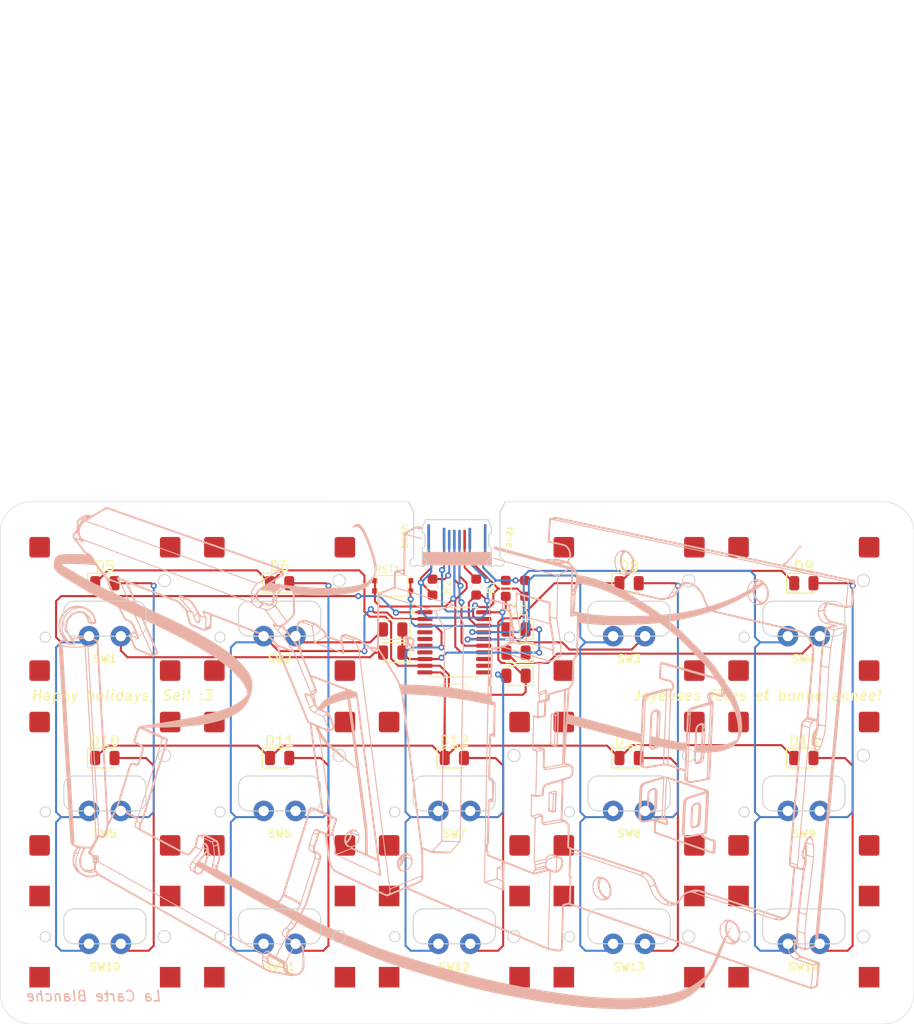
<source format=kicad_pcb>
(kicad_pcb (version 20241229) (generator "pcbnew") (generator_version "9.0")
  (layers (0 "F.Cu" signal) (2 "B.Cu" signal) (13 "F.Paste" user) (15 "B.Paste" user) (5 "F.SilkS" user "F.Silkscreen") (7 "B.SilkS" user "B.Silkscreen") (1 "F.Mask" user) (3 "B.Mask" user) (25 "Edge.Cuts" user))
  (net 0 "")
  (net 1 "+5V")
  (net 2 "Earth")
  (net 3 "+3.3V")
  (net 4 "/RANG0")
  (net 5 "Net-(D1-A)")
  (net 6 "Net-(D2-A)")
  (net 7 "Net-(D3-A)")
  (net 8 "Net-(D4-A)")
  (net 9 "/RANG1")
  (net 10 "Net-(D5-A)")
  (net 11 "Net-(D6-A)")
  (net 12 "Net-(D7-A)")
  (net 13 "Net-(D8-A)")
  (net 14 "Net-(D9-A)")
  (net 15 "Net-(D10-A)")
  (net 16 "/RANG2")
  (net 17 "Net-(D11-A)")
  (net 18 "Net-(D12-A)")
  (net 19 "Net-(D13-A)")
  (net 20 "Net-(D14-A)")
  (net 21 "/USB+")
  (net 22 "/CC1")
  (net 23 "/USB-")
  (net 24 "/CC2")
  (net 25 "/COL0")
  (net 26 "/COL1")
  (net 27 "/COL3")
  (net 28 "/COL4")
  (net 29 "/COL2")
  (footprint "Diode_SMD:D_0805_2012Metric" (layer "F.Cu") (at 80.75 61.25)
    (property "Reference" "D6")
    (property "Value" "D_45deg")
  )
  (footprint "Kailh_PG1316S:PG1316M_0.7U_castellated" (layer "F.Cu") (at 114.75 95.625)
    (property "Reference" "SW13")
    (property "Value" "~" (hide yes))
    (fp_line (start -4 -0.3) (end -4 -1.7) (stroke (width 0.1)) (layer "Edge.Cuts"))
    (fp_line (start -3 -2.7) (end 3 -2.7) (stroke (width 0.1)) (layer "Edge.Cuts"))
    (fp_line (start 3 0.7) (end -3 0.7) (stroke (width 0.1)) (layer "Edge.Cuts"))
    (fp_line (start 4 -1.7) (end 4 -0.3) (stroke (width 0.1)) (layer "Edge.Cuts"))
    (fp_arc (start -4 -1.7) (mid -3.707107 -2.407107) (end -3 -2.7) (stroke (width 0.1)) (layer "Edge.Cuts"))
    (fp_arc (start -3 0.7) (mid -3.707107 0.407107) (end -4 -0.3) (stroke (width 0.1)) (layer "Edge.Cuts"))
    (fp_arc (start 3 -2.7) (mid 3.707107 -2.407107) (end 4 -1.7) (stroke (width 0.1)) (layer "Edge.Cuts"))
    (fp_arc (start 4 -0.3) (mid 3.707107 0.407107) (end 3 0.7) (stroke (width 0.1)) (layer "Edge.Cuts"))
    (fp_circle (center -5.795 0) (end -5.295 0) (stroke (width 0.1)) (fill no) (layer "Edge.Cuts"))
    (fp_circle (center 5.795 0) (end 6.395 0) (stroke (width 0.1)) (fill no) (layer "Edge.Cuts"))
  )
  (footprint "Kailh_PG1316S:PG1316M_0.7U_castellated" (layer "F.Cu") (at 80.75 95.625)
    (property "Reference" "SW11")
    (property "Value" "~" (hide yes))
    (fp_line (start -4 -0.3) (end -4 -1.7) (stroke (width 0.1)) (layer "Edge.Cuts"))
    (fp_line (start -3 -2.7) (end 3 -2.7) (stroke (width 0.1)) (layer "Edge.Cuts"))
    (fp_line (start 3 0.7) (end -3 0.7) (stroke (width 0.1)) (layer "Edge.Cuts"))
    (fp_line (start 4 -1.7) (end 4 -0.3) (stroke (width 0.1)) (layer "Edge.Cuts"))
    (fp_arc (start -4 -1.7) (mid -3.707107 -2.407107) (end -3 -2.7) (stroke (width 0.1)) (layer "Edge.Cuts"))
    (fp_arc (start -3 0.7) (mid -3.707107 0.407107) (end -4 -0.3) (stroke (width 0.1)) (layer "Edge.Cuts"))
    (fp_arc (start 3 -2.7) (mid 3.707107 -2.407107) (end 4 -1.7) (stroke (width 0.1)) (layer "Edge.Cuts"))
    (fp_arc (start 4 -0.3) (mid 3.707107 0.407107) (end 3 0.7) (stroke (width 0.1)) (layer "Edge.Cuts"))
    (fp_circle (center -5.795 0) (end -5.295 0) (stroke (width 0.1)) (fill no) (layer "Edge.Cuts"))
    (fp_circle (center 5.795 0) (end 6.395 0) (stroke (width 0.1)) (fill no) (layer "Edge.Cuts"))
  )
  (footprint "Diode_SMD:D_0805_2012Metric" (layer "F.Cu") (at 63.75 78.25)
    (property "Reference" "D10")
    (property "Value" "D_45deg")
  )
  (footprint "Diode_SMD:D_0805_2012Metric" (layer "F.Cu") (at 103.75 70.25 180)
    (property "Reference" "D7" (hide yes))
    (property "Value" "D_45deg")
  )
  (footprint "Kailh_PG1316S:PG1316S_1U_castellated" (layer "F.Cu") (at 80.75 63.75)
    (property "Reference" "SW2" (hide yes))
    (property "Value" "~" (hide yes))
    (fp_line (start -4 1.65) (end -4 0.25) (stroke (width 0.1)) (layer "Edge.Cuts"))
    (fp_line (start -3 -0.75) (end 3 -0.75) (stroke (width 0.1)) (layer "Edge.Cuts"))
    (fp_line (start 3 2.65) (end -3 2.65) (stroke (width 0.1)) (layer "Edge.Cuts"))
    (fp_line (start 4 0.25) (end 4 1.65) (stroke (width 0.1)) (layer "Edge.Cuts"))
    (fp_arc (start -4 0.25) (mid -3.707107 -0.457107) (end -3 -0.75) (stroke (width 0.1)) (layer "Edge.Cuts"))
    (fp_arc (start -3 2.65) (mid -3.707107 2.357107) (end -4 1.65) (stroke (width 0.1)) (layer "Edge.Cuts"))
    (fp_arc (start 3 -0.75) (mid 3.707107 -0.457107) (end 4 0.25) (stroke (width 0.1)) (layer "Edge.Cuts"))
    (fp_arc (start 4 1.65) (mid 3.707107 2.357107) (end 3 2.65) (stroke (width 0.1)) (layer "Edge.Cuts"))
    (fp_circle (center -5.8 2.75) (end -5.3 2.75) (stroke (width 0.1)) (fill no) (layer "Edge.Cuts"))
    (fp_circle (center 5.8 -2.75) (end 6.4 -2.75) (stroke (width 0.1)) (fill no) (layer "Edge.Cuts"))
  )
  (footprint "Kailh_PG1316S:PG1316S_1U_castellated" (layer "F.Cu") (at 63.75 80.75)
    (property "Reference" "SW5" (hide yes))
    (property "Value" "~" (hide yes))
    (fp_line (start -4 1.65) (end -4 0.25) (stroke (width 0.1)) (layer "Edge.Cuts"))
    (fp_line (start -3 -0.75) (end 3 -0.75) (stroke (width 0.1)) (layer "Edge.Cuts"))
    (fp_line (start 3 2.65) (end -3 2.65) (stroke (width 0.1)) (layer "Edge.Cuts"))
    (fp_line (start 4 0.25) (end 4 1.65) (stroke (width 0.1)) (layer "Edge.Cuts"))
    (fp_arc (start -4 0.25) (mid -3.707107 -0.457107) (end -3 -0.75) (stroke (width 0.1)) (layer "Edge.Cuts"))
    (fp_arc (start -3 2.65) (mid -3.707107 2.357107) (end -4 1.65) (stroke (width 0.1)) (layer "Edge.Cuts"))
    (fp_arc (start 3 -0.75) (mid 3.707107 -0.457107) (end 4 0.25) (stroke (width 0.1)) (layer "Edge.Cuts"))
    (fp_arc (start 4 1.65) (mid 3.707107 2.357107) (end 3 2.65) (stroke (width 0.1)) (layer "Edge.Cuts"))
    (fp_circle (center -5.8 2.75) (end -5.3 2.75) (stroke (width 0.1)) (fill no) (layer "Edge.Cuts"))
    (fp_circle (center 5.8 -2.75) (end 6.4 -2.75) (stroke (width 0.1)) (fill no) (layer "Edge.Cuts"))
  )
  (footprint "Diode_SMD:D_0805_2012Metric" (layer "F.Cu") (at 63.75 61.25)
    (property "Reference" "D5")
    (property "Value" "D_45deg")
  )
  (footprint "Diode_SMD:D_0805_2012Metric" (layer "F.Cu") (at 103.75 68 180)
    (property "Reference" "D4" (hide yes))
    (property "Value" "D_45deg")
  )
  (footprint "Kailh_PG1316S:PG1316S_1U_castellated" (layer "F.Cu") (at 131.75 63.75)
    (property "Reference" "SW4" (hide yes))
    (property "Value" "~" (hide yes))
    (fp_line (start -4 1.65) (end -4 0.25) (stroke (width 0.1)) (layer "Edge.Cuts"))
    (fp_line (start -3 -0.75) (end 3 -0.75) (stroke (width 0.1)) (layer "Edge.Cuts"))
    (fp_line (start 3 2.65) (end -3 2.65) (stroke (width 0.1)) (layer "Edge.Cuts"))
    (fp_line (start 4 0.25) (end 4 1.65) (stroke (width 0.1)) (layer "Edge.Cuts"))
    (fp_arc (start -4 0.25) (mid -3.707107 -0.457107) (end -3 -0.75) (stroke (width 0.1)) (layer "Edge.Cuts"))
    (fp_arc (start -3 2.65) (mid -3.707107 2.357107) (end -4 1.65) (stroke (width 0.1)) (layer "Edge.Cuts"))
    (fp_arc (start 3 -0.75) (mid 3.707107 -0.457107) (end 4 0.25) (stroke (width 0.1)) (layer "Edge.Cuts"))
    (fp_arc (start 4 1.65) (mid 3.707107 2.357107) (end 3 2.65) (stroke (width 0.1)) (layer "Edge.Cuts"))
    (fp_circle (center -5.8 2.75) (end -5.3 2.75) (stroke (width 0.1)) (fill no) (layer "Edge.Cuts"))
    (fp_circle (center 5.8 -2.75) (end 6.4 -2.75) (stroke (width 0.1)) (fill no) (layer "Edge.Cuts"))
  )
  (footprint "PCB_USBC:PCBTypeC_14P" (layer "F.Cu") (at 98 59.520609 90)
    (property "Reference" "J1" (hide yes))
    (property "Value" "~")
    (fp_line (start 5.2 -4.2) (end 6.2 -4.7) (stroke (width 0.1)) (layer "Edge.Cuts"))
    (fp_line (start 0.700999 -4.2) (end 5.2 -4.2) (stroke (width 0.1)) (layer "Edge.Cuts"))
    (fp_line (start 0 -3.937009) (end 0 -3.609999) (stroke (width 0.1)) (layer "Edge.Cuts"))
    (fp_line (start 3.7 -3.345) (end 3.199998 -3.345) (stroke (width 0.1)) (layer "Edge.Cuts"))
    (fp_line (start 3.7 -3.345) (end 4.45 -3.045) (stroke (width 0.1)) (layer "Edge.Cuts"))
    (fp_line (start 1.700002 -3.345) (end 0.7 -3.345) (stroke (width 0.1)) (layer "Edge.Cuts"))
    (fp_line (start 2.90871 -3.096) (end 1.991599 -3.096) (stroke (width 0.1)) (layer "Edge.Cuts"))
    (fp_line (start 4.45 -3.045) (end 4.45 3.045) (stroke (width 0.1)) (layer "Edge.Cuts"))
    (fp_line (start 2.90845 3.096) (end 1.99129 3.096) (stroke (width 0.1)) (layer "Edge.Cuts"))
    (fp_line (start 3.7 3.345) (end 4.45 3.045) (stroke (width 0.1)) (layer "Edge.Cuts"))
    (fp_line (start 3.7 3.345) (end 3.199962 3.345) (stroke (width 0.1)) (layer "Edge.Cuts"))
    (fp_line (start 1.700002 3.345) (end 0.7 3.345) (stroke (width 0.1)) (layer "Edge.Cuts"))
    (fp_line (start 0 3.937009) (end 0 3.609999) (stroke (width 0.1)) (layer "Edge.Cuts"))
    (fp_line (start 5.2 4.2) (end 6.2 4.7) (stroke (width 0.1)) (layer "Edge.Cuts"))
    (fp_line (start 0.700999 4.2) (end 5.2 4.2) (stroke (width 0.1)) (layer "Edge.Cuts"))
    (fp_arc (start 0 -3.937009) (mid 0.160642 -4.574566) (end 0.700999 -4.2) (stroke (width 0.1)) (layer "Edge.Cuts"))
    (fp_arc (start 3.199998 -3.345) (mid 3.100315 -3.166734) (end 2.90871 -3.096) (stroke (width 0.1)) (layer "Edge.Cuts"))
    (fp_arc (start 0.7 -3.345) (mid 0.159644 -2.970434) (end -0.000999 -3.60799) (stroke (width 0.1)) (layer "Edge.Cuts"))
    (fp_arc (start 1.991599 -3.096) (mid 1.799879 -3.166708) (end 1.700038 -3.345) (stroke (width 0.1)) (layer "Edge.Cuts"))
    (fp_arc (start 2.90845 3.096) (mid 3.10014 3.166724) (end 3.199962 3.345) (stroke (width 0.1)) (layer "Edge.Cuts"))
    (fp_arc (start 1.700002 3.345) (mid 1.799685 3.166734) (end 1.99129 3.096) (stroke (width 0.1)) (layer "Edge.Cuts"))
    (fp_arc (start -0.000999 3.60799) (mid 0.159644 2.970434) (end 0.7 3.345) (stroke (width 0.1)) (layer "Edge.Cuts"))
    (fp_arc (start 0.700999 4.2) (mid 0.160642 4.574566) (end 0 3.937009) (stroke (width 0.1)) (layer "Edge.Cuts"))
  )
  (footprint "Diode_SMD:D_0805_2012Metric" (layer "F.Cu") (at 131.75 61.25)
    (property "Reference" "D9")
    (property "Value" "D_45deg")
  )
  (footprint "Diode_SMD:D_0805_2012Metric" (layer "F.Cu") (at 91.75 68 180)
    (property "Reference" "D1" (hide yes))
    (property "Value" "D_45deg")
  )
  (footprint "LOGO" (layer "F.Cu") (at 97.738066 71.672595)
    (property "Reference" "G***" (hide yes))
    (property "Value" "LOGO" (hide yes))
  )
  (footprint "Diode_SMD:D_0805_2012Metric" (layer "F.Cu") (at 114.75 78.25)
    (property "Reference" "D13")
    (property "Value" "D_45deg")
  )
  (footprint "Diode_SMD:D_0805_2012Metric" (layer "F.Cu") (at 91.75 65.75 180)
    (property "Reference" "D2" (hide yes))
    (property "Value" "D_45deg")
  )
  (footprint "Capacitor_SMD:C_0603_1608Metric" (layer "F.Cu") (at 102.75 61.75 90)
    (property "Reference" "C2")
    (property "Value" "0.1µF")
  )
  (footprint "Cherry_ML:GT-TC024" (layer "F.Cu") (at 91.75 61.5)
    (property "Reference" "RST1")
    (property "Value" "RESET")
  )
  (footprint "Diode_SMD:D_0805_2012Metric" (layer "F.Cu") (at 103.75 65.75 180)
    (property "Reference" "D3" (hide yes))
    (property "Value" "D_45deg")
  )
  (footprint "Capacitor_SMD:C_0603_1608Metric" (layer "F.Cu") (at 95.625 61.625 -90)
    (property "Reference" "R2")
    (property "Value" "5.1K")
  )
  (footprint "Kailh_PG1316S:PG1316M_0.7U_castellated" (layer "F.Cu") (at 63.75 95.625)
    (property "Reference" "SW10")
    (property "Value" "~" (hide yes))
    (fp_line (start -4 -0.3) (end -4 -1.7) (stroke (width 0.1)) (layer "Edge.Cuts"))
    (fp_line (start -3 -2.7) (end 3 -2.7) (stroke (width 0.1)) (layer "Edge.Cuts"))
    (fp_line (start 3 0.7) (end -3 0.7) (stroke (width 0.1)) (layer "Edge.Cuts"))
    (fp_line (start 4 -1.7) (end 4 -0.3) (stroke (width 0.1)) (layer "Edge.Cuts"))
    (fp_arc (start -4 -1.7) (mid -3.707107 -2.407107) (end -3 -2.7) (stroke (width 0.1)) (layer "Edge.Cuts"))
    (fp_arc (start -3 0.7) (mid -3.707107 0.407107) (end -4 -0.3) (stroke (width 0.1)) (layer "Edge.Cuts"))
    (fp_arc (start 3 -2.7) (mid 3.707107 -2.407107) (end 4 -1.7) (stroke (width 0.1)) (layer "Edge.Cuts"))
    (fp_arc (start 4 -0.3) (mid 3.707107 0.407107) (end 3 0.7) (stroke (width 0.1)) (layer "Edge.Cuts"))
    (fp_circle (center -5.795 0) (end -5.295 0) (stroke (width 0.1)) (fill no) (layer "Edge.Cuts"))
    (fp_circle (center 5.795 0) (end 6.395 0) (stroke (width 0.1)) (fill no) (layer "Edge.Cuts"))
  )
  (footprint "Diode_SMD:D_0805_2012Metric" (layer "F.Cu") (at 131.75 78.25)
    (property "Reference" "D14")
    (property "Value" "D_45deg")
  )
  (footprint "Diode_SMD:D_0805_2012Metric" (layer "F.Cu") (at 114.75 61.25)
    (property "Reference" "D8")
    (property "Value" "D_45deg")
  )
  (footprint "Capacitor_SMD:C_0603_1608Metric" (layer "F.Cu") (at 99.875 61.625 -90)
    (property "Reference" "R1")
    (property "Value" "5.1K")
  )
  (footprint "Kailh_PG1316S:PG1316S_1U_castellated" (layer "F.Cu") (at 63.75 63.75)
    (property "Reference" "SW1" (hide yes))
    (property "Value" "~" (hide yes))
    (fp_line (start -4 1.65) (end -4 0.25) (stroke (width 0.1)) (layer "Edge.Cuts"))
    (fp_line (start -3 -0.75) (end 3 -0.75) (stroke (width 0.1)) (layer "Edge.Cuts"))
    (fp_line (start 3 2.65) (end -3 2.65) (stroke (width 0.1)) (layer "Edge.Cuts"))
    (fp_line (start 4 0.25) (end 4 1.65) (stroke (width 0.1)) (layer "Edge.Cuts"))
    (fp_arc (start -4 0.25) (mid -3.707107 -0.457107) (end -3 -0.75) (stroke (width 0.1)) (layer "Edge.Cuts"))
    (fp_arc (start -3 2.65) (mid -3.707107 2.357107) (end -4 1.65) (stroke (width 0.1)) (layer "Edge.Cuts"))
    (fp_arc (start 3 -0.75) (mid 3.707107 -0.457107) (end 4 0.25) (stroke (width 0.1)) (layer "Edge.Cuts"))
    (fp_arc (start 4 1.65) (mid 3.707107 2.357107) (end 3 2.65) (stroke (width 0.1)) (layer "Edge.Cuts"))
    (fp_circle (center -5.8 2.75) (end -5.3 2.75) (stroke (width 0.1)) (fill no) (layer "Edge.Cuts"))
    (fp_circle (center 5.8 -2.75) (end 6.4 -2.75) (stroke (width 0.1)) (fill no) (layer "Edge.Cuts"))
  )
  (footprint "Diode_SMD:D_0805_2012Metric" (layer "F.Cu") (at 80.75 78.25)
    (property "Reference" "D11")
    (property "Value" "D_45deg")
  )
  (footprint "Kailh_PG1316S:PG1316M_0.7U_castellated" (layer "F.Cu") (at 131.75 95.625)
    (property "Reference" "SW14")
    (property "Value" "~" (hide yes))
    (fp_line (start -4 -0.3) (end -4 -1.7) (stroke (width 0.1)) (layer "Edge.Cuts"))
    (fp_line (start -3 -2.7) (end 3 -2.7) (stroke (width 0.1)) (layer "Edge.Cuts"))
    (fp_line (start 3 0.7) (end -3 0.7) (stroke (width 0.1)) (layer "Edge.Cuts"))
    (fp_line (start 4 -1.7) (end 4 -0.3) (stroke (width 0.1)) (layer "Edge.Cuts"))
    (fp_arc (start -4 -1.7) (mid -3.707107 -2.407107) (end -3 -2.7) (stroke (width 0.1)) (layer "Edge.Cuts"))
    (fp_arc (start -3 0.7) (mid -3.707107 0.407107) (end -4 -0.3) (stroke (width 0.1)) (layer "Edge.Cuts"))
    (fp_arc (start 3 -2.7) (mid 3.707107 -2.407107) (end 4 -1.7) (stroke (width 0.1)) (layer "Edge.Cuts"))
    (fp_arc (start 4 -0.3) (mid 3.707107 0.407107) (end 3 0.7) (stroke (width 0.1)) (layer "Edge.Cuts"))
    (fp_circle (center -5.795 0) (end -5.295 0) (stroke (width 0.1)) (fill no) (layer "Edge.Cuts"))
    (fp_circle (center 5.795 0) (end 6.395 0) (stroke (width 0.1)) (fill no) (layer "Edge.Cuts"))
  )
  (footprint "Diode_SMD:D_0805_2012Metric" (layer "F.Cu") (at 97.75 78.25)
    (property "Reference" "D12")
    (property "Value" "D_45deg")
  )
  (footprint "Kailh_PG1316S:PG1316S_1U_castellated" (layer "F.Cu") (at 80.75 80.75)
    (property "Reference" "SW6" (hide yes))
    (property "Value" "~" (hide yes))
    (fp_line (start -4 1.65) (end -4 0.25) (stroke (width 0.1)) (layer "Edge.Cuts"))
    (fp_line (start -3 -0.75) (end 3 -0.75) (stroke (width 0.1)) (layer "Edge.Cuts"))
    (fp_line (start 3 2.65) (end -3 2.65) (stroke (width 0.1)) (layer "Edge.Cuts"))
    (fp_line (start 4 0.25) (end 4 1.65) (stroke (width 0.1)) (layer "Edge.Cuts"))
    (fp_arc (start -4 0.25) (mid -3.707107 -0.457107) (end -3 -0.75) (stroke (width 0.1)) (layer "Edge.Cuts"))
    (fp_arc (start -3 2.65) (mid -3.707107 2.357107) (end -4 1.65) (stroke (width 0.1)) (layer "Edge.Cuts"))
    (fp_arc (start 3 -0.75) (mid 3.707107 -0.457107) (end 4 0.25) (stroke (width 0.1)) (layer "Edge.Cuts"))
    (fp_arc (start 4 1.65) (mid 3.707107 2.357107) (end 3 2.65) (stroke (width 0.1)) (layer "Edge.Cuts"))
    (fp_circle (center -5.8 2.75) (end -5.3 2.75) (stroke (width 0.1)) (fill no) (layer "Edge.Cuts"))
    (fp_circle (center 5.8 -2.75) (end 6.4 -2.75) (stroke (width 0.1)) (fill no) (layer "Edge.Cuts"))
  )
  (footprint "Kailh_PG1316S:PG1316S_1U_castellated" (layer "F.Cu") (at 131.75 80.75)
    (property "Reference" "SW9" (hide yes))
    (property "Value" "~" (hide yes))
    (fp_line (start -4 1.65) (end -4 0.25) (stroke (width 0.1)) (layer "Edge.Cuts"))
    (fp_line (start -3 -0.75) (end 3 -0.75) (stroke (width 0.1)) (layer "Edge.Cuts"))
    (fp_line (start 3 2.65) (end -3 2.65) (stroke (width 0.1)) (layer "Edge.Cuts"))
    (fp_line (start 4 0.25) (end 4 1.65) (stroke (width 0.1)) (layer "Edge.Cuts"))
    (fp_arc (start -4 0.25) (mid -3.707107 -0.457107) (end -3 -0.75) (stroke (width 0.1)) (layer "Edge.Cuts"))
    (fp_arc (start -3 2.65) (mid -3.707107 2.357107) (end -4 1.65) (stroke (width 0.1)) (layer "Edge.Cuts"))
    (fp_arc (start 3 -0.75) (mid 3.707107 -0.457107) (end 4 0.25) (stroke (width 0.1)) (layer "Edge.Cuts"))
    (fp_arc (start 4 1.65) (mid 3.707107 2.357107) (end 3 2.65) (stroke (width 0.1)) (layer "Edge.Cuts"))
    (fp_circle (center -5.8 2.75) (end -5.3 2.75) (stroke (width 0.1)) (fill no) (layer "Edge.Cuts"))
    (fp_circle (center 5.8 -2.75) (end 6.4 -2.75) (stroke (width 0.1)) (fill no) (layer "Edge.Cuts"))
  )
  (footprint "Kailh_PG1316S:PG1316S_1U_castellated" (layer "F.Cu") (at 97.75 80.75)
    (property "Reference" "SW7" (hide yes))
    (property "Value" "~" (hide yes))
    (fp_line (start -4 1.65) (end -4 0.25) (stroke (width 0.1)) (layer "Edge.Cuts"))
    (fp_line (start -3 -0.75) (end 3 -0.75) (stroke (width 0.1)) (layer "Edge.Cuts"))
    (fp_line (start 3 2.65) (end -3 2.65) (stroke (width 0.1)) (layer "Edge.Cuts"))
    (fp_line (start 4 0.25) (end 4 1.65) (stroke (width 0.1)) (layer "Edge.Cuts"))
    (fp_arc (start -4 0.25) (mid -3.707107 -0.457107) (end -3 -0.75) (stroke (width 0.1)) (layer "Edge.Cuts"))
    (fp_arc (start -3 2.65) (mid -3.707107 2.357107) (end -4 1.65) (stroke (width 0.1)) (layer "Edge.Cuts"))
    (fp_arc (start 3 -0.75) (mid 3.707107 -0.457107) (end 4 0.25) (stroke (width 0.1)) (layer "Edge.Cuts"))
    (fp_arc (start 4 1.65) (mid 3.707107 2.357107) (end 3 2.65) (stroke (width 0.1)) (layer "Edge.Cuts"))
    (fp_circle (center -5.8 2.75) (end -5.3 2.75) (stroke (width 0.1)) (fill no) (layer "Edge.Cuts"))
    (fp_circle (center 5.8 -2.75) (end 6.4 -2.75) (stroke (width 0.1)) (fill no) (layer "Edge.Cuts"))
  )
  (footprint "Kailh_PG1316S:PG1316S_1U_castellated" (layer "F.Cu") (at 114.75 63.75)
    (property "Reference" "SW3" (hide yes))
    (property "Value" "~" (hide yes))
    (fp_line (start -4 1.65) (end -4 0.25) (stroke (width 0.1)) (layer "Edge.Cuts"))
    (fp_line (start -3 -0.75) (end 3 -0.75) (stroke (width 0.1)) (layer "Edge.Cuts"))
    (fp_line (start 3 2.65) (end -3 2.65) (stroke (width 0.1)) (layer "Edge.Cuts"))
    (fp_line (start 4 0.25) (end 4 1.65) (stroke (width 0.1)) (layer "Edge.Cuts"))
    (fp_arc (start -4 0.25) (mid -3.707107 -0.457107) (end -3 -0.75) (stroke (width 0.1)) (layer "Edge.Cuts"))
    (fp_arc (start -3 2.65) (mid -3.707107 2.357107) (end -4 1.65) (stroke (width 0.1)) (layer "Edge.Cuts"))
    (fp_arc (start 3 -0.75) (mid 3.707107 -0.457107) (end 4 0.25) (stroke (width 0.1)) (layer "Edge.Cuts"))
    (fp_arc (start 4 1.65) (mid 3.707107 2.357107) (end 3 2.65) (stroke (width 0.1)) (layer "Edge.Cuts"))
    (fp_circle (center -5.8 2.75) (end -5.3 2.75) (stroke (width 0.1)) (fill no) (layer "Edge.Cuts"))
    (fp_circle (center 5.8 -2.75) (end 6.4 -2.75) (stroke (width 0.1)) (fill no) (layer "Edge.Cuts"))
  )
  (footprint "Capacitor_SMD:C_0603_1608Metric" (layer "F.Cu") (at 104.625 61.75 90)
    (property "Reference" "C1")
    (property "Value" "0.1µF")
  )
  (footprint "Package_SO:TSSOP-20_4.4x6.5mm_P0.65mm" (layer "F.Cu") (at 97.75 67)
    (property "Reference" "U1" (hide yes))
    (property "Value" "CH552T")
  )
  (footprint "Kailh_PG1316S:PG1316S_1U_castellated" (layer "F.Cu") (at 114.75 80.75)
    (property "Reference" "SW8" (hide yes))
    (property "Value" "~" (hide yes))
    (fp_line (start -4 1.65) (end -4 0.25) (stroke (width 0.1)) (layer "Edge.Cuts"))
    (fp_line (start -3 -0.75) (end 3 -0.75) (stroke (width 0.1)) (layer "Edge.Cuts"))
    (fp_line (start 3 2.65) (end -3 2.65) (stroke (width 0.1)) (layer "Edge.Cuts"))
    (fp_line (start 4 0.25) (end 4 1.65) (stroke (width 0.1)) (layer "Edge.Cuts"))
    (fp_arc (start -4 0.25) (mid -3.707107 -0.457107) (end -3 -0.75) (stroke (width 0.1)) (layer "Edge.Cuts"))
    (fp_arc (start -3 2.65) (mid -3.707107 2.357107) (end -4 1.65) (stroke (width 0.1)) (layer "Edge.Cuts"))
    (fp_arc (start 3 -0.75) (mid 3.707107 -0.457107) (end 4 0.25) (stroke (width 0.1)) (layer "Edge.Cuts"))
    (fp_arc (start 4 1.65) (mid 3.707107 2.357107) (end 3 2.65) (stroke (width 0.1)) (layer "Edge.Cuts"))
    (fp_circle (center -5.8 2.75) (end -5.3 2.75) (stroke (width 0.1)) (fill no) (layer "Edge.Cuts"))
    (fp_circle (center 5.8 -2.75) (end 6.4 -2.75) (stroke (width 0.1)) (fill no) (layer "Edge.Cuts"))
  )
  (footprint "Kailh_PG1316S:PG1316M_0.7U_castellated" (layer "F.Cu") (at 97.75 95.625)
    (property "Reference" "SW12")
    (property "Value" "~" (hide yes))
    (fp_line (start -4 -0.3) (end -4 -1.7) (stroke (width 0.1)) (layer "Edge.Cuts"))
    (fp_line (start -3 -2.7) (end 3 -2.7) (stroke (width 0.1)) (layer "Edge.Cuts"))
    (fp_line (start 3 0.7) (end -3 0.7) (stroke (width 0.1)) (layer "Edge.Cuts"))
    (fp_line (start 4 -1.7) (end 4 -0.3) (stroke (width 0.1)) (layer "Edge.Cuts"))
    (fp_arc (start -4 -1.7) (mid -3.707107 -2.407107) (end -3 -2.7) (stroke (width 0.1)) (layer "Edge.Cuts"))
    (fp_arc (start -3 0.7) (mid -3.707107 0.407107) (end -4 -0.3) (stroke (width 0.1)) (layer "Edge.Cuts"))
    (fp_arc (start 3 -2.7) (mid 3.707107 -2.407107) (end 4 -1.7) (stroke (width 0.1)) (layer "Edge.Cuts"))
    (fp_arc (start 4 -0.3) (mid 3.707107 0.407107) (end 3 0.7) (stroke (width 0.1)) (layer "Edge.Cuts"))
    (fp_circle (center -5.795 0) (end -5.295 0) (stroke (width 0.1)) (fill no) (layer "Edge.Cuts"))
    (fp_circle (center 5.795 0) (end 6.395 0) (stroke (width 0.1)) (fill no) (layer "Edge.Cuts"))
  )
  (footprint "LOGO" (layer "B.Cu") (at 97.54 77.33 180)
    (property "Reference" "G***" (hide yes))
    (property "Value" "LOGO" (hide yes))
  )
  (gr_arc (start 142.47 101.125) (mid 141.59132 103.24632) (end 139.47 104.125) (stroke (width 0.05)) (layer "Edge.Cuts"))
  (gr_line (start 93.3 53.33) (end 56.570378 53.325378) (stroke (width 0.05)) (layer "Edge.Cuts"))
  (gr_arc (start 56.57 104.125) (mid 54.44868 103.24632) (end 53.57 101.125) (stroke (width 0.05)) (layer "Edge.Cuts"))
  (gr_line (start 56.57 104.125) (end 139.47 104.125) (stroke (width 0.05)) (layer "Edge.Cuts"))
  (gr_line (start 142.47 56.324669) (end 142.47 101.125) (stroke (width 0.05)) (layer "Edge.Cuts"))
  (gr_arc (start 139.470331 53.324669) (mid 141.591448 54.203464) (end 142.47 56.324669) (stroke (width 0.05)) (layer "Edge.Cuts"))
  (gr_line (start 53.57 56.325378) (end 53.57 101.125) (stroke (width 0.05)) (layer "Edge.Cuts"))
  (gr_arc (start 53.57 56.325378) (mid 54.448821 54.203938) (end 56.570378 53.325378) (stroke (width 0.05)) (layer "Edge.Cuts"))
  (gr_line (start 102.7 53.320609) (end 139.470331 53.324669) (stroke (width 0.05)) (layer "Edge.Cuts"))
  (gr_text "bean" (at 93.25 58 90) (layer "F.SilkS") (effects (font (size 0.7 0.7) (thickness 0.1)) (justify left bottom)))
  (gr_text "fève" (at 102.75 55.68 270) (layer "F.SilkS") (effects (font (size 0.7 0.7) (thickness 0.1)) (justify left bottom)))
  (gr_text "Happy holidays, Sei! :3" (at 56.5 72.75 0) (layer "F.SilkS") (effects (font (size 1 1) (thickness 0.15) (italic yes)) (justify left bottom)))
  (gr_text "Joyeuses fêtes et bonne année!" (at 115 72.75 0) (layer "F.SilkS") (effects (font (size 1 1) (thickness 0.15) (italic yes)) (justify left bottom)))
  (gr_text "La Carte Blanche" (at 62.6875 102 -0) (layer "B.SilkS") (effects (font (size 1 1) (thickness 0.15) (italic yes)) (justify bottom mirror)))
  (segment (start 102.02411 61.774) (end 103.874 61.774) (width 0.2) (layer "F.Cu") (net 1))
  (segment (start 102.02411 61.774) (end 101.226505 60.976395) (width 0.2) (layer "F.Cu") (net 1))
  (segment (start 103.874 61.774) (end 104.625 62.525) (width 0.2) (layer "F.Cu") (net 1))
  (segment (start 100.625055 60.374945) (end 100.624945 60.374945) (width 0.2) (layer "F.Cu") (net 1))
  (segment (start 101.542778 62.255332) (end 102.02411 61.774) (width 0.2) (layer "F.Cu") (net 1))
  (segment (start 99.763447 63.411513) (end 99.925934 63.574) (width 0.2) (layer "F.Cu") (net 1))
  (segment (start 101.542778 63.200721) (end 101.542778 62.255332) (width 0.2) (layer "F.Cu") (net 1))
  (segment (start 96.555329 59.964864) (end 96.75 59.770193) (width 0.2) (layer "F.Cu") (net 1))
  (segment (start 101.169499 63.574) (end 101.542778 63.200721) (width 0.2) (layer "F.Cu") (net 1))
  (segment (start 99.875001 64.725) (end 100.6125 64.725) (width 0.2) (layer "F.Cu") (net 1))
  (segment (start 99.574 64.423999) (end 99.875001 64.725) (width 0.2) (layer "F.Cu") (net 1))
  (segment (start 100.624945 60.374945) (end 99.25 59) (width 0.2) (layer "F.Cu") (net 1))
  (segment (start 100.945075 60.976395) (end 100.945075 60.694965) (width 0.2) (layer "F.Cu") (net 1))
  (segment (start 99.574 63.60096) (end 99.574 64.423999) (width 0.2) (layer "F.Cu") (net 1))
  (segment (start 99.925934 63.574) (end 101.169499 63.574) (width 0.2) (layer "F.Cu") (net 1))
  (segment (start 99.763447 63.411513) (end 99.574 63.60096) (width 0.2) (layer "F.Cu") (net 1))
  (segment (start 96.75 59.770193) (end 96.75 57.801609) (width 0.2) (layer "F.Cu") (net 1))
  (segment (start 100.945075 60.694965) (end 100.625055 60.374945) (width 0.2) (layer "F.Cu") (net 1))
  (segment (start 99.25 57.801609) (end 99.25 59) (width 0.2) (layer "F.Cu") (net 1))
  (segment (start 101.226505 60.976395) (end 100.945075 60.976395) (width 0.2) (layer "F.Cu") (net 1))
  (via (at 96.555329 59.964864) (size 0.6) (drill 0.3) (layers "F.Cu" "B.Cu") (net 1))
  (via (at 99.763447 63.411513) (size 0.6) (drill 0.3) (layers "F.Cu" "B.Cu") (net 1))
  (via (at 100.945075 60.976395) (size 0.6) (drill 0.3) (layers "F.Cu" "B.Cu") (net 1))
  (segment (start 96.549 59.971193) (end 96.555329 59.964864) (width 0.2) (layer "B.Cu") (net 1))
  (segment (start 99.374 64) (end 97.049 64) (width 0.2) (layer "B.Cu") (net 1))
  (segment (start 99.25 59.28132) (end 99.25 57.801609) (width 0.2) (layer "B.Cu") (net 1))
  (segment (start 100.945075 60.976395) (end 99.25 59.28132) (width 0.2) (layer "B.Cu") (net 1))
  (segment (start 99.763447 63.610553) (end 99.374 64) (width 0.2) (layer "B.Cu") (net 1))
  (segment (start 96.549 63.5) (end 96.549 60.5) (width 0.2) (layer "B.Cu") (net 1))
  (segment (start 96.549 60.5) (end 96.549 60.251057) (width 0.2) (layer "B.Cu") (net 1))
  (segment (start 96.549 60.251057) (end 96.75 60.050057) (width 0.2) (layer "B.Cu") (net 1))
  (segment (start 97.049 64) (end 96.549 63.5) (width 0.2) (layer "B.Cu") (net 1))
  (segment (start 99.763447 63.411513) (end 99.763447 63.610553) (width 0.2) (layer "B.Cu") (net 1))
  (segment (start 96.549 60.5) (end 96.549 59.971193) (width 0.2) (layer "B.Cu") (net 1))
  (segment (start 96.75 60.050057) (end 96.75 57.801609) (width 0.2) (layer "B.Cu") (net 1))
  (segment (start 100.6125 65.375) (end 99.875001 65.375) (width 0.2) (layer "F.Cu") (net 2))
  (segment (start 95.625 62.4) (end 95.625 62.315) (width 0.2) (layer "F.Cu") (net 2))
  (segment (start 95.25 58.15) (end 95.25 57.801609) (width 0.2) (layer "F.Cu") (net 2))
  (segment (start 95.5 59.75) (end 95.5 58.4) (width 0.2) (layer "F.Cu") (net 2))
  (segment (start 94.5 61.19) (end 94.5 60.75) (width 0.2) (layer "F.Cu") (net 2))
  (segment (start 104.625 60.975) (end 102.75 60.975) (width 0.2) (layer "F.Cu") (net 2))
  (segment (start 99.875 62.4) (end 100.39 62.4) (width 0.2) (layer "F.Cu") (net 2))
  (segment (start 99.162447 63.112553) (end 99.875 62.4) (width 0.2) (layer "F.Cu") (net 2))
  (segment (start 99.162447 64.662446) (end 99.162447 63.112553) (width 0.2) (layer "F.Cu") (net 2))
  (segment (start 100.557343 58.362657) (end 100.75 58.17) (width 0.2) (layer "F.Cu") (net 2))
  (segment (start 100.39 62.4) (end 100.941778 62.951778) (width 0.2) (layer "F.Cu") (net 2))
  (segment (start 99.875001 65.375) (end 99.162447 64.662446) (width 0.2) (layer "F.Cu") (net 2))
  (segment (start 95.625 62.315) (end 94.5 61.19) (width 0.2) (layer "F.Cu") (net 2))
  (segment (start 101.79221 60.975) (end 100.557343 59.740133) (width 0.2) (layer "F.Cu") (net 2))
  (segment (start 100.557343 59.740133) (end 100.557343 58.362657) (width 0.2) (layer "F.Cu") (net 2))
  (segment (start 102.75 60.975) (end 101.79221 60.975) (width 0.2) (layer "F.Cu") (net 2))
  (segment (start 100.75 58.17) (end 100.75 57.801609) (width 0.2) (layer "F.Cu") (net 2))
  (segment (start 94.5 60.75) (end 95.5 59.75) (width 0.2) (layer "F.Cu") (net 2))
  (segment (start 95.5 58.4) (end 95.25 58.15) (width 0.2) (layer "F.Cu") (net 2))
  (via (at 100.941778 62.951778) (size 0.6) (drill 0.3) (layers "F.Cu" "B.Cu") (net 2))
  (via (at 103.71 60.975) (size 0.6) (drill 0.3) (layers "F.Cu" "B.Cu") (net 2))
  (via (at 94.5 61.19) (size 0.6) (drill 0.3) (layers "F.Cu" "B.Cu") (net 2))
  (segment (start 95.5 58.52) (end 95.25 58.27) (width 0.2) (layer "B.Cu") (net 2))
  (segment (start 95.5 60.19) (end 95.5 58.52) (width 0.2) (layer "B.Cu") (net 2))
  (segment (start 100.941778 64.058222) (end 100.941778 62.951778) (width 0.2) (layer "B.Cu") (net 2))
  (segment (start 100.557343 58.362657) (end 100.75 58.17) (width 0.2) (layer "B.Cu") (net 2))
  (segment (start 100.399 64.601) (end 100.941778 64.058222) (width 0.2) (layer "B.Cu") (net 2))
  (segment (start 101.795 60.975) (end 100.557343 59.737343) (width 0.2) (layer "B.Cu") (net 2))
  (segment (start 95.25 58.27) (end 95.25 57.801609) (width 0.2) (layer "B.Cu") (net 2))
  (segment (start 94.5 61.19) (end 94.5 64) (width 0.2) (layer "B.Cu") (net 2))
  (segment (start 94.5 61.19) (end 95.5 60.19) (width 0.2) (layer "B.Cu") (net 2))
  (segment (start 100.941778 62.951778) (end 100.99 62.903556) (width 0.2) (layer "B.Cu") (net 2))
  (segment (start 100.99 61.78) (end 101.795 60.975) (width 0.2) (layer "B.Cu") (net 2))
  (segment (start 100.99 62.903556) (end 100.99 61.78) (width 0.2) (layer "B.Cu") (net 2))
  (segment (start 100.75 58.17) (end 100.75 57.801609) (width 0.2) (layer "B.Cu") (net 2))
  (segment (start 95.101 64.601) (end 100.399 64.601) (width 0.2) (layer "B.Cu") (net 2))
  (segment (start 103.71 60.975) (end 101.795 60.975) (width 0.2) (layer "B.Cu") (net 2))
  (segment (start 94.5 64) (end 95.101 64.601) (width 0.2) (layer "B.Cu") (net 2))
  (segment (start 100.557343 59.737343) (end 100.557343 58.362657) (width 0.2) (layer "B.Cu") (net 2))
  (segment (start 93.475 62.775) (end 93.475 62) (width 0.2) (layer "F.Cu") (net 3))
  (segment (start 93.475 61) (end 93.475 62) (width 0.2) (layer "F.Cu") (net 3))
  (segment (start 102.425 64.075) (end 102.75 63.75) (width 0.2) (layer "F.Cu") (net 3))
  (segment (start 102.75 63.75) (end 102.75 62.525) (width 0.2) (layer "F.Cu") (net 3))
  (segment (start 93.5 62.8) (end 93.475 62.775) (width 0.2) (layer "F.Cu") (net 3))
  (segment (start 100.6125 64.075) (end 102.425 64.075) (width 0.2) (layer "F.Cu") (net 3))
  (via (at 102.425 64.075) (size 0.6) (drill 0.3) (layers "F.Cu" "B.Cu") (net 3))
  (via (at 93.5 62.8) (size 0.6) (drill 0.3) (layers "F.Cu" "B.Cu") (net 3))
  (segment (start 102.425 65.075) (end 102.425 64.075) (width 0.2) (layer "B.Cu") (net 3))
  (segment (start 102.098997 65.401003) (end 102.425 65.075) (width 0.2) (layer "B.Cu") (net 3))
  (segment (start 93.5 62.8) (end 93.5 65) (width 0.2) (layer "B.Cu") (net 3))
  (segment (start 93.5 65) (end 93.901003 65.401003) (width 0.2) (layer "B.Cu") (net 3))
  (segment (start 93.901003 65.401003) (end 102.098997 65.401003) (width 0.2) (layer "B.Cu") (net 3))
  (segment (start 92.687501 68) (end 93.312501 68.625) (width 0.2) (layer "F.Cu") (net 4))
  (segment (start 104.687501 65.75) (end 106 65.75) (width 0.2) (layer "F.Cu") (net 4))
  (segment (start 94.8875 68.625) (end 96.375 68.625) (width 0.2) (layer "F.Cu") (net 4))
  (segment (start 92.687501 68) (end 92.687501 65.75) (width 0.2) (layer "F.Cu") (net 4))
  (segment (start 96.375 68.625) (end 96.5 68.5) (width 0.2) (layer "F.Cu") (net 4))
  (segment (start 93.312501 68.625) (end 94.8875 68.625) (width 0.2) (layer "F.Cu") (net 4))
  (segment (start 104.687501 68) (end 106 68) (width 0.2) (layer "F.Cu") (net 4))
  (via (at 106 68) (size 0.6) (drill 0.3) (layers "F.Cu" "B.Cu") (net 4))
  (via (at 106 65.75) (size 0.6) (drill 0.3) (layers "F.Cu" "B.Cu") (net 4))
  (via (at 96.5 68.5) (size 0.6) (drill 0.3) (layers "F.Cu" "B.Cu") (net 4))
  (segment (start 106 68) (end 97 68) (width 0.2) (layer "B.Cu") (net 4))
  (segment (start 97 68) (end 96.5 68.5) (width 0.2) (layer "B.Cu") (net 4))
  (segment (start 106 68) (end 106 65.75) (width 0.2) (layer "B.Cu") (net 4))
  (segment (start 65.3 67.8) (end 65.949 68.449) (width 0.2) (layer "F.Cu") (net 5))
  (segment (start 90 68) (end 90.812499 68) (width 0.2) (layer "F.Cu") (net 5))
  (segment (start 89.551 68.449) (end 90 68) (width 0.2) (layer "F.Cu") (net 5))
  (segment (start 65.3 66.4) (end 65.3 67.8) (width 0.2) (layer "F.Cu") (net 5))
  (segment (start 65.949 68.449) (end 89.551 68.449) (width 0.2) (layer "F.Cu") (net 5))
  (segment (start 82.3 66.4) (end 82.4 66.4) (width 0.2) (layer "F.Cu") (net 6))
  (segment (start 83 67) (end 89.562499 67) (width 0.2) (layer "F.Cu") (net 6))
  (segment (start 82.9 67) (end 83 67) (width 0.2) (layer "F.Cu") (net 6))
  (segment (start 82.4 66.4) (end 83 67) (width 0.2) (layer "F.Cu") (net 6))
  (segment (start 89.562499 67) (end 90.812499 65.75) (width 0.2) (layer "F.Cu") (net 6))
  (segment (start 82.3 66.4) (end 82.9 67) (width 0.2) (layer "F.Cu") (net 6))
  (segment (start 102.812499 65.75) (end 104.062499 67) (width 0.2) (layer "F.Cu") (net 7))
  (segment (start 108.246504 67) (end 108.947504 67.701) (width 0.2) (layer "F.Cu") (net 7))
  (segment (start 114.999 67.701) (end 116.3 66.4) (width 0.2) (layer "F.Cu") (net 7))
  (segment (start 104.062499 67) (end 108.246504 67) (width 0.2) (layer "F.Cu") (net 7))
  (segment (start 108.947504 67.701) (end 114.999 67.701) (width 0.2) (layer "F.Cu") (net 7))
  (segment (start 102.812499 68) (end 103.813499 69.001) (width 0.2) (layer "F.Cu") (net 8))
  (segment (start 103.813499 69.001) (end 106.86284 69.001) (width 0.2) (layer "F.Cu") (net 8))
  (segment (start 107.76184 68.102) (end 131.598 68.102) (width 0.2) (layer "F.Cu") (net 8))
  (segment (start 131.598 68.102) (end 133.3 66.4) (width 0.2) (layer "F.Cu") (net 8))
  (segment (start 106.86284 69.001) (end 107.76184 68.102) (width 0.2) (layer "F.Cu") (net 8))
  (segment (start 91.600999 68.600999) (end 91.600999 65.061354) (width 0.2) (layer "F.Cu") (net 9))
  (segment (start 78.5625 60) (end 64.0625 60) (width 0.2) (layer "F.Cu") (net 9))
  (segment (start 103.246399 69.001) (end 102.336353 69.001) (width 0.2) (layer "F.Cu") (net 9))
  (segment (start 64.0625 60) (end 62.8125 61.25) (width 0.2) (layer "F.Cu") (net 9))
  (segment (start 81.0625 60) (end 79.8125 61.25) (width 0.2) (layer "F.Cu") (net 9))
  (segment (start 89 60.5) (end 88.5 60) (width 0.2) (layer "F.Cu") (net 9))
  (segment (start 102.023999 65.061354) (end 102.409353 64.676) (width 0.2) (layer "F.Cu") (net 9))
  (segment (start 129.6115 60.049) (end 115.0135 60.049) (width 0.2) (layer "F.Cu") (net 9))
  (segment (start 91.600999 65.061354) (end 91.039645 64.5) (width 0.2) (layer "F.Cu") (net 9))
  (segment (start 96.3421 69.275) (end 97.2135 70.1464) (width 0.2) (layer "F.Cu") (net 9))
  (segment (start 92.275 69.275) (end 91.600999 68.600999) (width 0.2) (layer "F.Cu") (net 9))
  (segment (start 94.8875 69.275) (end 92.275 69.275) (width 0.2) (layer "F.Cu") (net 9))
  (segment (start 91.039645 64.5) (end 89.5 64.5) (width 0.2) (layer "F.Cu") (net 9))
  (segment (start 130.8125 61.25) (end 129.6115 60.049) (width 0.2) (layer "F.Cu") (net 9))
  (segment (start 104.687501 70.25) (end 104.495399 70.25) (width 0.2) (layer "F.Cu") (net 9))
  (segment (start 102.409353 64.676) (end 104.074 64.676) (width 0.2) (layer "F.Cu") (net 9))
  (segment (start 97.2135 70.1464) (end 97.2135 71.7135) (width 0.2) (layer "F.Cu") (net 9))
  (segment (start 79.8125 61.25) (end 78.5625 60) (width 0.2) (layer "F.Cu") (net 9))
  (segment (start 89 64) (end 89 60.5) (width 0.2) (layer "F.Cu") (net 9))
  (segment (start 113.8125 61.25) (end 107.5 61.25) (width 0.2) (layer "F.Cu") (net 9))
  (segment (start 104.399 72.101) (end 104.687501 71.812499) (width 0.2) (layer "F.Cu") (net 9))
  (segment (start 102.336353 69.001) (end 102.023999 68.688646) (width 0.2) (layer "F.Cu") (net 9))
  (segment (start 102.023999 68.688646) (end 102.023999 65.061354) (width 0.2) (layer "F.Cu") (net 9))
  (segment (start 104.495399 70.25) (end 103.246399 69.001) (width 0.2) (layer "F.Cu") (net 9))
  (segment (start 94.8875 69.275) (end 96.3421 69.275) (width 0.2) (layer "F.Cu") (net 9))
  (segment (start 97.601 72.101) (end 104.399 72.101) (width 0.2) (layer "F.Cu") (net 9))
  (segment (start 89.5 64.5) (end 89 64) (width 0.2) (layer "F.Cu") (net 9))
  (segment (start 104.074 64.676) (end 107.5 61.25) (width 0.2) (layer "F.Cu") (net 9))
  (segment (start 115.0135 60.049) (end 113.8125 61.25) (width 0.2) (layer "F.Cu") (net 9))
  (segment (start 97.2135 71.7135) (end 97.601 72.101) (width 0.2) (layer "F.Cu") (net 9))
  (segment (start 104.687501 71.812499) (end 104.687501 70.25) (width 0.2) (layer "F.Cu") (net 9))
  (segment (start 88.5 60) (end 81.0625 60) (width 0.2) (layer "F.Cu") (net 9))
  (segment (start 64.6875 61.25) (end 68.25 61.25) (width 0.2) (layer "F.Cu") (net 10))
  (segment (start 68.25 61.25) (end 68.5 61.5) (width 0.2) (layer "F.Cu") (net 10))
  (via (at 68.5 61.5) (size 0.6) (drill 0.3) (layers "F.Cu" "B.Cu") (net 10))
  (segment (start 65.9 84) (end 65.3 83.4) (width 0.2) (layer "B.Cu") (net 10))
  (segment (start 68 84) (end 65.9 84) (width 0.2) (layer "B.Cu") (net 10))
  (segment (start 68.5 61.5) (end 68.5 83.5) (width 0.2) (layer "B.Cu") (net 10))
  (segment (start 68.5 83.5) (end 68 84) (width 0.2) (layer "B.Cu") (net 10))
  (segment (start 81.6875 61.25) (end 85.25 61.25) (width 0.2) (layer "F.Cu") (net 11))
  (segment (start 85.25 61.25) (end 85.5 61.5) (width 0.2) (layer "F.Cu") (net 11))
  (via (at 85.5 61.5) (size 0.6) (drill 0.3) (layers "F.Cu" "B.Cu") (net 11))
  (segment (start 82.9 84) (end 82.3 83.4) (width 0.2) (layer "B.Cu") (net 11))
  (segment (start 85.5 61.5) (end 85.5 83.5) (width 0.2) (layer "B.Cu") (net 11))
  (segment (start 85.5 83.5) (end 85 84) (width 0.2) (layer "B.Cu") (net 11))
  (segment (start 85 84) (end 82.9 84) (width 0.2) (layer "B.Cu") (net 11))
  (segment (start 102.687499 70.125) (end 102.812499 70.25) (width 0.2) (layer "F.Cu") (net 12))
  (segment (start 102 70.125) (end 102.687499 70.125) (width 0.2) (layer "F.Cu") (net 12))
  (via (at 102 70.125) (size 0.6) (drill 0.3) (layers "F.Cu" "B.Cu") (net 12))
  (segment (start 102 84) (end 99.9 84) (width 0.2) (layer "B.Cu") (net 12))
  (segment (start 99.9 84) (end 99.3 83.4) (width 0.2) (layer "B.Cu") (net 12))
  (segment (start 102.5 83.5) (end 102 84) (width 0.2) (layer "B.Cu") (net 12))
  (segment (start 102 70.125) (end 102.5 70.625) (width 0.2) (layer "B.Cu") (net 12))
  (segment (start 102.5 70.625) (end 102.5 83.5) (width 0.2) (layer "B.Cu") (net 12))
  (segment (start 115.6875 61.25) (end 119.25 61.25) (width 0.2) (layer "F.Cu") (net 13))
  (segment (start 119.25 61.25) (end 119.5 61.5) (width 0.2) (layer "F.Cu") (net 13))
  (via (at 119.5 61.5) (size 0.6) (drill 0.3) (layers "F.Cu" "B.Cu") (net 13))
  (segment (start 119.5 83.5) (end 119 84) (width 0.2) (layer "B.Cu") (net 13))
  (segment (start 119 84) (end 116.9 84) (width 0.2) (layer "B.Cu") (net 13))
  (segment (start 119.5 61.5) (end 119.5 83.5) (width 0.2) (layer "B.Cu") (net 13))
  (segment (start 116.9 84) (end 116.3 83.4) (width 0.2) (layer "B.Cu") (net 13))
  (segment (start 132.6875 61.25) (end 136.25 61.25) (width 0.2) (layer "F.Cu") (net 14))
  (segment (start 136.25 61.25) (end 136.5 61.5) (width 0.2) (layer "F.Cu") (net 14))
  (via (at 136.5 61.5) (size 0.6) (drill 0.3) (layers "F.Cu" "B.Cu") (net 14))
  (segment (start 133.9 84) (end 133.3 83.4) (width 0.2) (layer "B.Cu") (net 14))
  (segment (start 136 84) (end 133.9 84) (width 0.2) (layer "B.Cu") (net 14))
  (segment (start 136.5 61.5) (end 136.5 83.5) (width 0.2) (layer "B.Cu") (net 14))
  (segment (start 136.5 83.5) (end 136 84) (width 0.2) (layer "B.Cu") (net 14))
  (segment (start 68.5 79) (end 68.5 96.5) (width 0.2) (layer "F.Cu") (net 15))
  (segment (start 68 97) (end 65.975 97) (width 0.2) (layer "F.Cu") (net 15))
  (segment (start 65.975 97) (end 65.3 96.325) (width 0.2) (layer "F.Cu") (net 15))
  (segment (start 67.75 78.25) (end 68.5 79) (width 0.2) (layer "F.Cu") (net 15))
  (segment (start 68.5 96.5) (end 68 97) (width 0.2) (layer "F.Cu") (net 15))
  (segment (start 64.6875 78.25) (end 67.75 78.25) (width 0.2) (layer "F.Cu") (net 15))
  (segment (start 112.6115 77.049) (end 113.8125 78.25) (width 0.2) (layer "F.Cu") (net 16))
  (segment (start 129.5625 77) (end 130.8125 78.25) (width 0.2) (layer "F.Cu") (net 16))
  (segment (start 115.0625 77) (end 129.5625 77) (width 0.2) (layer "F.Cu") (net 16))
  (segment (start 96.8125 78.25) (end 98.0135 77.049) (width 0.2) (layer "F.Cu") (net 16))
  (segment (start 96.425 69.925) (end 94.8875 69.925) (width 0.2) (layer "F.Cu") (net 16))
  (segment (start 79.8125 78.25) (end 81.0135 77.049) (width 0.2) (layer "F.Cu") (net 16))
  (segment (start 95.6115 77.049) (end 96.8125 78.25) (width 0.2) (layer "F.Cu") (net 16))
  (segment (start 62.8125 78.25) (end 64.0135 77.049) (width 0.2) (layer "F.Cu") (net 16))
  (segment (start 113.8125 78.25) (end 115.0625 77) (width 0.2) (layer "F.Cu") (net 16))
  (segment (start 98.0135 77.049) (end 112.6115 77.049) (width 0.2) (layer "F.Cu") (net 16))
  (segment (start 81.0135 77.049) (end 95.6115 77.049) (width 0.2) (layer "F.Cu") (net 16))
  (segment (start 78.6115 77.049) (end 79.8125 78.25) (width 0.2) (layer "F.Cu") (net 16))
  (segment (start 64.0135 77.049) (end 78.6115 77.049) (width 0.2) (layer "F.Cu") (net 16))
  (segment (start 96.8125 70.3125) (end 96.425 69.925) (width 0.2) (layer "F.Cu") (net 16))
  (segment (start 96.8125 78.25) (end 96.8125 70.3125) (width 0.2) (layer "F.Cu") (net 16))
  (segment (start 81.6875 78.25) (end 84.75 78.25) (width 0.2) (layer "F.Cu") (net 17))
  (segment (start 85 97) (end 82.975 97) (width 0.2) (layer "F.Cu") (net 17))
  (segment (start 85.5 79) (end 85.5 96.5) (width 0.2) (layer "F.Cu") (net 17))
  (segment (start 82.975 97) (end 82.3 96.325) (width 0.2) (layer "F.Cu") (net 17))
  (segment (start 85.5 96.5) (end 85 97) (width 0.2) (layer "F.Cu") (net 17))
  (segment (start 84.75 78.25) (end 85.5 79) (width 0.2) (layer "F.Cu") (net 17))
  (segment (start 101.75 78.25) (end 102.5 79) (width 0.2) (layer "F.Cu") (net 18))
  (segment (start 99.975 97) (end 99.3 96.325) (width 0.2) (layer "F.Cu") (net 18))
  (segment (start 98.6875 78.25) (end 101.75 78.25) (width 0.2) (layer "F.Cu") (net 18))
  (segment (start 102.5 79) (end 102.5 96.5) (width 0.2) (layer "F.Cu") (net 18))
  (segment (start 102.5 96.5) (end 102 97) (width 0.2) (layer "F.Cu") (net 18))
  (segment (start 102 97) (end 99.975 97) (width 0.2) (layer "F.Cu") (net 18))
  (segment (start 119 97) (end 116.975 97) (width 0.2) (layer "F.Cu") (net 19))
  (segment (start 116.975 97) (end 116.3 96.325) (width 0.2) (layer "F.Cu") (net 19))
  (segment (start 115.6875 78.25) (end 118.75 78.25) (width 0.2) (layer "F.Cu") (net 19))
  (segment (start 118.75 78.25) (end 119.5 79) (width 0.2) (layer "F.Cu") (net 19))
  (segment (start 119.5 79) (end 119.5 96.5) (width 0.2) (layer "F.Cu") (net 19))
  (segment (start 119.5 96.5) (end 119 97) (width 0.2) (layer "F.Cu") (net 19))
  (segment (start 136.5 79) (end 136.5 96.5) (width 0.2) (layer "F.Cu") (net 20))
  (segment (start 136.5 96.5) (end 136 97) (width 0.2) (layer "F.Cu") (net 20))
  (segment (start 132.6875 78.25) (end 135.75 78.25) (width 0.2) (layer "F.Cu") (net 20))
  (segment (start 135.75 78.25) (end 136.5 79) (width 0.2) (layer "F.Cu") (net 20))
  (segment (start 133.975 97) (end 133.3 96.325) (width 0.2) (layer "F.Cu") (net 20))
  (segment (start 136 97) (end 133.975 97) (width 0.2) (layer "F.Cu") (net 20))
  (segment (start 97.65 62.75) (end 96.889 63.511) (width 0.2) (layer "F.Cu") (net 21))
  (segment (start 90.025 61) (end 90.025 62) (width 0.2) (layer "F.Cu") (net 21))
  (segment (start 98.951 61.748943) (end 97.841343 62.858599) (width 0.2) (layer "F.Cu") (net 21))
  (segment (start 98.381185 67.975) (end 97.841343 67.435158) (width 0.2) (layer "F.Cu") (net 21))
  (segment (start 97.841343 67.435158) (end 97.841343 62.941343) (width 0.2) (layer "F.Cu") (net 21))
  (segment (start 90.511 63.511) (end 90.025 63.025) (width 0.2) (layer "F.Cu") (net 21))
  (segment (start 100.6125 67.975) (end 98.381185 67.975) (width 0.2) (layer "F.Cu") (net 21))
  (segment (start 96.889 63.511) (end 90.511 63.511) (width 0.2) (layer "F.Cu") (net 21))
  (segment (start 97.841343 62.941343) (end 97.65 62.75) (width 0.2) (layer "F.Cu") (net 21))
  (segment (start 98.25 60.550057) (end 98.951 61.251057) (width 0.2) (layer "F.Cu") (net 21))
  (segment (start 98.25 57.801609) (end 98.25 60.550057) (width 0.2) (layer "F.Cu") (net 21))
  (segment (start 90.025 63.025) (end 90.025 62) (width 0.2) (layer "F.Cu") (net 21))
  (segment (start 98.951 61.251057) (end 98.951 61.748943) (width 0.2) (layer "F.Cu") (net 21))
  (via (at 97.65 62.75) (size 0.6) (drill 0.3) (layers "F.Cu" "B.Cu") (net 21))
  (segment (start 97.65 62.75) (end 97.75 62.65) (width 0.2) (layer "B.Cu") (net 21))
  (segment (start 97.75 62.65) (end 97.75 57.801609) (width 0.2) (layer "B.Cu") (net 21))
  (segment (start 98.75 59.725) (end 98.75 57.801609) (width 0.2) (layer "F.Cu") (net 22))
  (segment (start 99.875 60.85) (end 98.75 59.725) (width 0.2) (layer "F.Cu") (net 22))
  (segment (start 98.443613 63.104858) (end 98.443613 67) (width 0.2) (layer "F.Cu") (net 23))
  (segment (start 100.6125 67.325) (end 98.768613 67.325) (width 0.2) (layer "F.Cu") (net 23))
  (segment (start 98.768613 67.325) (end 98.443613 67) (width 0.2) (layer "F.Cu") (net 23))
  (segment (start 97.75 57.801609) (end 97.75 60.9) (width 0.2) (layer "F.Cu") (net 23))
  (segment (start 97.75 60.9) (end 98.35 61.5) (width 0.2) (layer "F.Cu") (net 23))
  (via (at 98.35 61.5) (size 0.6) (drill 0.3) (layers "F.Cu" "B.Cu") (net 23))
  (via (at 98.443613 63.104858) (size 0.6) (drill 0.3) (layers "F.Cu" "B.Cu") (net 23))
  (segment (start 98.25 60.5) (end 98.25 57.801609) (width 0.2) (layer "B.Cu") (net 23))
  (segment (start 98.443613 63.104858) (end 98.25 62.911245) (width 0.2) (layer "B.Cu") (net 23))
  (segment (start 98.25 61.4) (end 98.35 61.5) (width 0.2) (layer "B.Cu") (net 23))
  (segment (start 98.25 60.5) (end 98.25 61.4) (width 0.2) (layer "B.Cu") (net 23))
  (segment (start 98.25 62.911245) (end 98.25 60.5) (width 0.2) (layer "B.Cu") (net 23))
  (segment (start 95.625 60.85) (end 96.8 60.85) (width 0.2) (layer "F.Cu") (net 24))
  (segment (start 96.8 60.85) (end 97.15 60.5) (width 0.2) (layer "F.Cu") (net 24))
  (via (at 97.15 60.5) (size 0.6) (drill 0.3) (layers "F.Cu" "B.Cu") (net 24))
  (segment (start 97.25 60.4) (end 97.25 57.801609) (width 0.2) (layer "B.Cu") (net 24))
  (segment (start 97.15 60.5) (end 97.25 60.4) (width 0.2) (layer "B.Cu") (net 24))
  (segment (start 59.5 67) (end 61.6 67) (width 0.2) (layer "F.Cu") (net 25))
  (segment (start 92.102272 64.075) (end 92.066272 64.111) (width 0.2) (layer "F.Cu") (net 25))
  (segment (start 59 66.5) (end 59.5 67) (width 0.2) (layer "F.Cu") (net 25))
  (segment (start 88.4 62.5) (end 59.5 62.5) (width 0.2) (layer "F.Cu") (net 25))
  (segment (start 61.6 67) (end 62.2 66.4) (width 0.2) (layer "F.Cu") (net 25))
  (segment (start 59.5 62.5) (end 59 63) (width 0.2) (layer "F.Cu") (net 25))
  (segment (start 59 63) (end 59 66.5) (width 0.2) (layer "F.Cu") (net 25))
  (segment (start 94.8875 64.075) (end 92.102272 64.075) (width 0.2) (layer "F.Cu") (net 25))
  (via (at 92.066272 64.111) (size 0.6) (drill 0.3) (layers "F.Cu" "B.Cu") (net 25))
  (via (at 88.4 62.5) (size 0.6) (drill 0.3) (layers "F.Cu" "B.Cu") (net 25))
  (segment (start 61.525 97) (end 62.2 96.325) (width 0.2) (layer "B.Cu") (net 25))
  (segment (start 90.455272 62.5) (end 88.4 62.5) (width 0.2) (layer "B.Cu") (net 25))
  (segment (start 59.5 67) (end 59 67.5) (width 0.2) (layer "B.Cu") (net 25))
  (segment (start 59 84.5) (end 59 96.5) (width 0.2) (layer "B.Cu") (net 25))
  (segment (start 62.1 66.4) (end 61.5 67) (width 0.2) (layer "B.Cu") (net 25))
  (segment (start 59 67.5) (end 59 83.5) (width 0.2) (layer "B.Cu") (net 25))
  (segment (start 92.066272 64.111) (end 90.455272 62.5) (width 0.2) (layer "B.Cu") (net 25))
  (segment (start 61.6 84) (end 62.2 83.4) (width 0.2) (layer "B.Cu") (net 25))
  (segment (start 59 83.5) (end 59.5 84) (width 0.2) (layer "B.Cu") (net 25))
  (segment (start 62.2 66.4) (end 62.1 66.4) (width 0.2) (layer "B.Cu") (net 25))
  (segment (start 61.5 67) (end 59.5 67) (width 0.2) (layer "B.Cu") (net 25))
  (segment (start 59 96.5) (end 59.5 97) (width 0.2) (layer "B.Cu") (net 25))
  (segment (start 59.5 84) (end 61.6 84) (width 0.2) (layer "B.Cu") (net 25))
  (segment (start 59.5 84) (end 59 84.5) (width 0.2) (layer "B.Cu") (net 25))
  (segment (start 59.5 97) (end 61.525 97) (width 0.2) (layer "B.Cu") (net 25))
  (segment (start 94.8875 64.725) (end 91.831745 64.725) (width 0.2) (layer "F.Cu") (net 26))
  (segment (start 91.205745 64.099) (end 89.94753 64.099) (width 0.2) (layer "F.Cu") (net 26))
  (segment (start 91.831745 64.725) (end 91.205745 64.099) (width 0.2) (layer "F.Cu") (net 26))
  (segment (start 89.94753 64.099) (end 89.624265 63.775735) (width 0.2) (layer "F.Cu") (net 26))
  (segment (start 80.649 67.849) (end 89 67.849) (width 0.2) (layer "F.Cu") (net 26))
  (segment (start 79.2 66.4) (end 80.649 67.849) (width 0.2) (layer "F.Cu") (net 26))
  (via (at 89 67.849) (size 0.6) (drill 0.3) (layers "F.Cu" "B.Cu") (net 26))
  (via (at 89.624265 63.775735) (size 0.6) (drill 0.3) (layers "F.Cu" "B.Cu") (net 26))
  (segment (start 76 96.5) (end 76.5 97) (width 0.2) (layer "B.Cu") (net 26))
  (segment (start 78.6 84) (end 79.2 83.4) (width 0.2) (layer "B.Cu") (net 26))
  (segment (start 89 64.4) (end 89.624265 63.775735) (width 0.2) (layer "B.Cu") (net 26))
  (segment (start 89 67.849) (end 89 64.4) (width 0.2) (layer "B.Cu") (net 26))
  (segment (start 76.5 97) (end 78.525 97) (width 0.2) (layer "B.Cu") (net 26))
  (segment (start 76 67.5) (end 76 83.5) (width 0.2) (layer "B.Cu") (net 26))
  (segment (start 76 84.5) (end 76 96.5) (width 0.2) (layer "B.Cu") (net 26))
  (segment (start 76.5 84) (end 76 84.5) (width 0.2) (layer "B.Cu") (net 26))
  (segment (start 78.525 97) (end 79.2 96.325) (width 0.2) (layer "B.Cu") (net 26))
  (segment (start 76.5 84) (end 78.6 84) (width 0.2) (layer "B.Cu") (net 26))
  (segment (start 76 83.5) (end 76.5 84) (width 0.2) (layer "B.Cu") (net 26))
  (segment (start 79.2 66.4) (end 78.6 67) (width 0.2) (layer "B.Cu") (net 26))
  (segment (start 76.5 67) (end 76 67.5) (width 0.2) (layer "B.Cu") (net 26))
  (segment (start 78.6 67) (end 76.5 67) (width 0.2) (layer "B.Cu") (net 26))
  (segment (start 99.085042 66.675) (end 99.043613 66.716429) (width 0.2) (layer "F.Cu") (net 27))
  (segment (start 100.6125 66.675) (end 99.085042 66.675) (width 0.2) (layer "F.Cu") (net 27))
  (via (at 99.043613 66.716429) (size 0.6) (drill 0.3) (layers "F.Cu" "B.Cu") (net 27))
  (segment (start 110 61) (end 109.5 60.5) (width 0.2) (layer "B.Cu") (net 27))
  (segment (start 110.5 97) (end 112.525 97) (width 0.2) (layer "B.Cu") (net 27))
  (segment (start 105.5 60.5) (end 105 61) (width 0.2) (layer "B.Cu") (net 27))
  (segment (start 110.5 67) (end 110 66.5) (width 0.2) (layer "B.Cu") (net 27))
  (segment (start 110 83.5) (end 110.5 84) (width 0.2) (layer "B.Cu") (net 27))
  (segment (start 110.5 67) (end 110 67.5) (width 0.2) (layer "B.Cu") (net 27))
  (segment (start 105 65.900056) (end 104.950028 65.950028) (width 0.2) (layer "B.Cu") (net 27))
  (segment (start 99.043613 66.716429) (end 104.183628 66.716429) (width 0.2) (layer "B.Cu") (net 27))
  (segment (start 110 96.5) (end 110.5 97) (width 0.2) (layer "B.Cu") (net 27))
  (segment (start 104.183628 66.716429) (end 104.950028 65.950028) (width 0.2) (layer "B.Cu") (net 27))
  (segment (start 109.5 60.5) (end 105.5 60.5) (width 0.2) (layer "B.Cu") (net 27))
  (segment (start 112.525 97) (end 113.2 96.325) (width 0.2) (layer "B.Cu") (net 27))
  (segment (start 112.5 67) (end 110.5 67) (width 0.2) (layer "B.Cu") (net 27))
  (segment (start 110 84.5) (end 110 96.5) (width 0.2) (layer "B.Cu") (net 27))
  (segment (start 113.1 66.4) (end 112.5 67) (width 0.2) (layer "B.Cu") (net 27))
  (segment (start 113.2 66.4) (end 113.1 66.4) (width 0.2) (layer "B.Cu") (net 27))
  (segment (start 110 66.5) (end 110 61) (width 0.2) (layer "B.Cu") (net 27))
  (segment (start 110.5 84) (end 110 84.5) (width 0.2) (layer "B.Cu") (net 27))
  (segment (start 105 61) (end 105 65.900056) (width 0.2) (layer "B.Cu") (net 27))
  (segment (start 110 67.5) (end 110 83.5) (width 0.2) (layer "B.Cu") (net 27))
  (segment (start 112.6 84) (end 113.2 83.4) (width 0.2) (layer "B.Cu") (net 27))
  (segment (start 110.5 84) (end 112.6 84) (width 0.2) (layer "B.Cu") (net 27))
  (segment (start 99.523997 66.025) (end 99.5 66.001003) (width 0.2) (layer "F.Cu") (net 28))
  (segment (start 100.6125 66.025) (end 99.523997 66.025) (width 0.2) (layer "F.Cu") (net 28))
  (via (at 99.5 66.001003) (size 0.6) (drill 0.3) (layers "F.Cu" "B.Cu") (net 28))
  (segment (start 127 96.5) (end 127.5 97) (width 0.2) (layer "B.Cu") (net 28))
  (segment (start 104.5 65.501003) (end 104.5 60.549) (width 0.2) (layer "B.Cu") (net 28))
  (segment (start 127 66.5) (end 127.5 67) (width 0.2) (layer "B.Cu") (net 28))
  (segment (start 127.5 84) (end 127 84.5) (width 0.2) (layer "B.Cu") (net 28))
  (segment (start 104.5 60.549) (end 105 60.049) (width 0.2) (layer "B.Cu") (net 28))
  (segment (start 127.5 97) (end 129.525 97) (width 0.2) (layer "B.Cu") (net 28))
  (segment (start 126.549 60.049) (end 127 60.5) (width 0.2) (layer "B.Cu") (net 28))
  (segment (start 130.2 66.4) (end 130.1 66.4) (width 0.2) (layer "B.Cu") (net 28))
  (segment (start 129.5 67) (end 127.5 67) (width 0.2) (layer "B.Cu") (net 28))
  (segment (start 130.1 66.4) (end 129.5 67) (width 0.2) (layer "B.Cu") (net 28))
  (segment (start 105 60.049) (end 126.549 60.049) (width 0.2) (layer "B.Cu") (net 28))
  (segment (start 104 66.001003) (end 104.5 65.501003) (width 0.2) (layer "B.Cu") (net 28))
  (segment (start 127.5 84) (end 129.6 84) (width 0.2) (layer "B.Cu") (net 28))
  (segment (start 99.5 66.001003) (end 104 66.001003) (width 0.2) (layer "B.Cu") (net 28))
  (segment (start 129.6 84) (end 130.2 83.4) (width 0.2) (layer "B.Cu") (net 28))
  (segment (start 127 60.5) (end 127 66.5) (width 0.2) (layer "B.Cu") (net 28))
  (segment (start 127 83.5) (end 127.5 84) (width 0.2) (layer "B.Cu") (net 28))
  (segment (start 127 67.5) (end 127 83.5) (width 0.2) (layer "B.Cu") (net 28))
  (segment (start 129.525 97) (end 130.2 96.325) (width 0.2) (layer "B.Cu") (net 28))
  (segment (start 127 84.5) (end 127 96.5) (width 0.2) (layer "B.Cu") (net 28))
  (segment (start 127.5 67) (end 127 67.5) (width 0.2) (layer "B.Cu") (net 28))
  (segment (start 95.875 65.375) (end 94.8875 65.375) (width 0.2) (layer "F.Cu") (net 29))
  (segment (start 96.5 66) (end 95.875 65.375) (width 0.2) (layer "F.Cu") (net 29))
  (segment (start 96.5 67.5) (end 96.5 66) (width 0.2) (layer "F.Cu") (net 29))
  (via (at 96.5 67.5) (size 0.6) (drill 0.3) (layers "F.Cu" "B.Cu") (net 29))
  (segment (start 96.2 83.4) (end 95.6 84) (width 0.2) (layer "B.Cu") (net 29))
  (segment (start 93 96.5) (end 93.5 97) (width 0.2) (layer "B.Cu") (net 29))
  (segment (start 93 83.5) (end 93.5 84) (width 0.2) (layer "B.Cu") (net 29))
  (segment (start 93.5 97) (end 95.525 97) (width 0.2) (layer "B.Cu") (net 29))
  (segment (start 93 68) (end 93 83.5) (width 0.2) (layer "B.Cu") (net 29))
  (segment (start 93 84.5) (end 93 96.5) (width 0.2) (layer "B.Cu") (net 29))
  (segment (start 96.5 67.5) (end 93.5 67.5) (width 0.2) (layer "B.Cu") (net 29))
  (segment (start 93.5 67.5) (end 93 68) (width 0.2) (layer "B.Cu") (net 29))
  (segment (start 93.5 84) (end 93 84.5) (width 0.2) (layer "B.Cu") (net 29))
  (segment (start 95.525 97) (end 96.2 96.325) (width 0.2) (layer "B.Cu") (net 29))
  (segment (start 95.6 84) (end 93.5 84) (width 0.2) (layer "B.Cu") (net 29))
)
</source>
